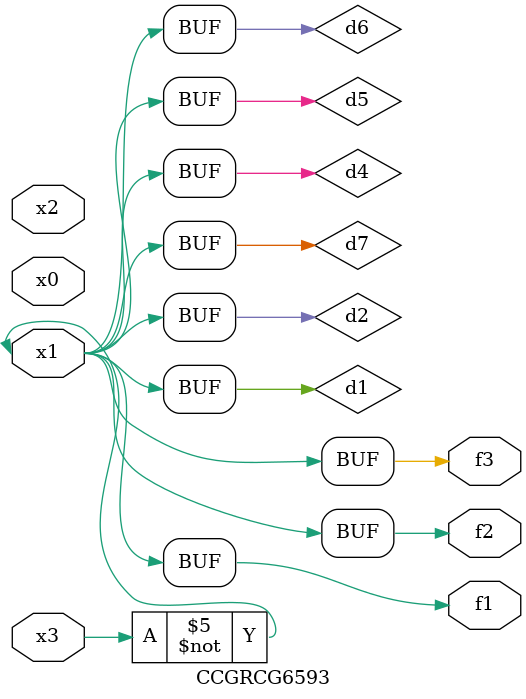
<source format=v>
module CCGRCG6593(
	input x0, x1, x2, x3,
	output f1, f2, f3
);

	wire d1, d2, d3, d4, d5, d6, d7;

	not (d1, x3);
	buf (d2, x1);
	xnor (d3, d1, d2);
	nor (d4, d1);
	buf (d5, d1, d2);
	buf (d6, d4, d5);
	nand (d7, d4);
	assign f1 = d6;
	assign f2 = d7;
	assign f3 = d6;
endmodule

</source>
